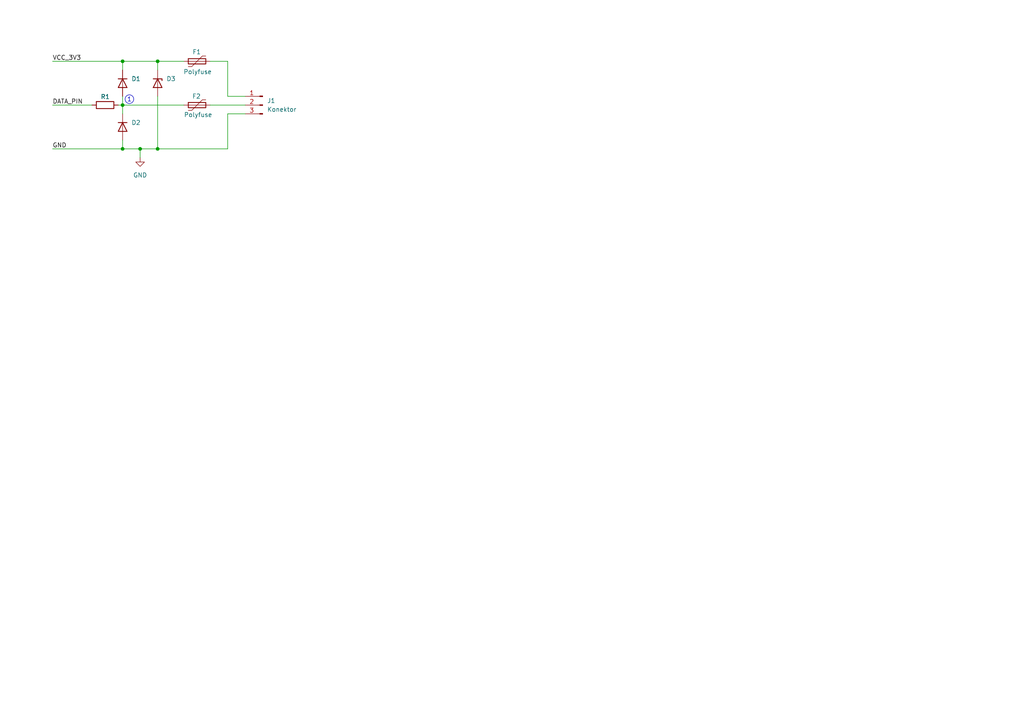
<source format=kicad_sch>
(kicad_sch (version 20230121) (generator eeschema)
  (paper "A4")
  (lib_symbols
    (symbol "Connector:Conn_01x03_Pin" (pin_names (offset 1.016) hide)
      (property "Reference" "J" (at 0 5.08 0))
      (property "Value" "Conn_01x03_Pin" (at 0 -5.08 0))
      (symbol "Conn_01x03_Pin_1_1"
        (polyline (pts (xy 1.27 -2.54) (xy 0.8636 -2.54)) (stroke (width 0.1524)))
        (polyline (pts (xy 1.27 0) (xy 0.8636 0)) (stroke (width 0.1524)))
        (polyline (pts (xy 1.27 2.54) (xy 0.8636 2.54)) (stroke (width 0.1524)))
        (rectangle (start 0.8636 -2.413) (end 0 -2.667) (stroke (width 0.1524)) (fill (type outline)))
        (rectangle (start 0.8636 0.127) (end 0 -0.127) (stroke (width 0.1524)) (fill (type outline)))
        (rectangle (start 0.8636 2.667) (end 0 2.413) (stroke (width 0.1524)) (fill (type outline)))
        (pin passive line (at 5.08 2.54 180) (length 3.81) (name "Pin_1") (number "1"))
        (pin passive line (at 5.08 0 180) (length 3.81) (name "Pin_2") (number "2"))
        (pin passive line (at 5.08 -2.54 180) (length 3.81) (name "Pin_3") (number "3"))
      )
    )
    (symbol "Device:D_Zener" (pin_numbers hide) (pin_names (offset 1.016) hide)
      (property "Reference" "D" (at 0 2.54 0))
      (property "Value" "D_Zener" (at 0 -2.54 0))
      (symbol "D_Zener_0_1"
        (polyline (pts (xy 1.27 0) (xy -1.27 0)))
        (polyline (pts (xy -1.27 -1.27) (xy -1.27 1.27) (xy -0.762 1.27)) (stroke (width 0.254)))
        (polyline (pts (xy 1.27 -1.27) (xy 1.27 1.27) (xy -1.27 0) (xy 1.27 -1.27)) (stroke (width 0.254)))
      )
      (symbol "D_Zener_1_1"
        (pin passive line (at -3.81 0 0) (length 2.54) (name "K") (number "1"))
        (pin passive line (at 3.81 0 180) (length 2.54) (name "A") (number "2"))
      )
    )
    (symbol "Device:Polyfuse" (pin_numbers hide) (pin_names (offset 0))
      (property "Reference" "F" (at -2.54 0 90))
      (property "Value" "Polyfuse" (at 2.54 0 90))
      (symbol "Polyfuse_0_1"
        (rectangle (start -0.762 2.54) (end 0.762 -2.54) (stroke (width 0.254)))
        (polyline (pts (xy 0 2.54) (xy 0 -2.54)))
        (polyline (pts (xy -1.524 2.54) (xy -1.524 1.524) (xy 1.524 -1.524) (xy 1.524 -2.54)))
      )
      (symbol "Polyfuse_1_1"
        (pin passive line (at 0 3.81 270) (length 1.27) (name "~") (number "1"))
        (pin passive line (at 0 -3.81 90) (length 1.27) (name "~") (number "2"))
      )
    )
    (symbol "Device:R" (pin_numbers hide) (pin_names (offset 0))
      (property "Reference" "R" (at 2.032 0 90))
      (property "Value" "R" (at 0 0 90))
      (symbol "R_0_1"
        (rectangle (start -1.016 -2.54) (end 1.016 2.54) (stroke (width 0.254)))
      )
      (symbol "R_1_1"
        (pin passive line (at 0 3.81 270) (length 1.27) (name "~") (number "1"))
        (pin passive line (at 0 -3.81 90) (length 1.27) (name "~") (number "2"))
      )
    )
    (symbol "Diode:1N914" (pin_numbers hide) (pin_names hide)
      (property "Reference" "D" (at 0 2.54 0))
      (property "Value" "1N914" (at 0 -2.54 0))
      (symbol "1N914_0_1"
        (polyline (pts (xy -1.27 1.27) (xy -1.27 -1.27)) (stroke (width 0.254)))
        (polyline (pts (xy 1.27 0) (xy -1.27 0)))
        (polyline (pts (xy 1.27 1.27) (xy 1.27 -1.27) (xy -1.27 0) (xy 1.27 1.27)) (stroke (width 0.254)))
      )
      (symbol "1N914_1_1"
        (pin passive line (at -3.81 0 0) (length 2.54) (name "K") (number "1"))
        (pin passive line (at 3.81 0 180) (length 2.54) (name "A") (number "2"))
      )
    )
    (symbol "power:GND" (power) (pin_names (offset 0))
      (property "Value" "GND" (at 0 -3.81 0))
      (symbol "GND_0_1"
        (polyline (pts (xy 0 0) (xy 0 -1.27) (xy 1.27 -1.27) (xy 0 -2.54) (xy -1.27 -1.27) (xy 0 -1.27)))
      )
      (symbol "GND_1_1"
        (pin power_in line (at 0 0 270) (length 0) hide (name "GND") (number "1"))
      )
    )
  )
  (junction (at 35.56 17.78))
  (junction (at 35.56 30.48))
  (junction (at 45.72 17.78))
  (junction (at 35.56 43.18))
  (junction (at 40.64 43.18))
  (junction (at 45.72 43.18))
  (wire (pts (xy 60.96 30.48) (xy 71.12 30.48)))
  (wire (pts (xy 35.56 30.48) (xy 53.34 30.48)))
  (wire (pts (xy 45.72 27.94) (xy 45.72 43.18)))
  (wire (pts (xy 60.96 17.78) (xy 66.04 17.78)))
  (wire (pts (xy 45.72 17.78) (xy 45.72 20.32)))
  (wire (pts (xy 66.04 27.94) (xy 66.04 17.78)))
  (wire (pts (xy 15.24 30.48) (xy 26.67 30.48)))
  (wire (pts (xy 40.64 43.18) (xy 40.64 45.72)))
  (wire (pts (xy 15.24 43.18) (xy 35.56 43.18)))
  (wire (pts (xy 66.04 33.02) (xy 66.04 43.18)))
  (wire (pts (xy 40.64 43.18) (xy 45.72 43.18)))
  (wire (pts (xy 35.56 30.48) (xy 35.56 33.02)))
  (wire (pts (xy 35.56 40.64) (xy 35.56 43.18)))
  (wire (pts (xy 35.56 30.48) (xy 35.56 27.94)))
  (wire (pts (xy 45.72 17.78) (xy 53.34 17.78)))
  (wire (pts (xy 71.12 33.02) (xy 66.04 33.02)))
  (wire (pts (xy 71.12 27.94) (xy 66.04 27.94)))
  (wire (pts (xy 34.29 30.48) (xy 35.56 30.48)))
  (wire (pts (xy 35.56 17.78) (xy 45.72 17.78)))
  (wire (pts (xy 35.56 43.18) (xy 40.64 43.18)))
  (wire (pts (xy 15.24 17.78) (xy 35.56 17.78)))
  (wire (pts (xy 35.56 17.78) (xy 35.56 20.32)))
  (wire (pts (xy 45.72 43.18) (xy 66.04 43.18)))
  (circle (center 37.5317 28.7578) (radius 1.2556))
  (text "1" (at 36.8265 29.7397 0) (effects (font (size 1.27 1.27)) (justify left bottom)))
  (label "DATA_PIN" (at 15.24 30.48 0))
  (label "GND" (at 15.24 43.18 0))
  (label "VCC_3V3" (at 15.24 17.78 0))
  (symbol (lib_id "Diode:1N914") (at 35.56 36.83 270) (unit 1)
    (property "Reference" "D2" (at 38.1 35.56 90) (effects (justify left)))
    (property "Value" "1N914" (effects hide))
    (property "Footprint" "Diode_THT:D_DO-35_SOD27_P7.62mm_Horizontal" (effects hide))
    (property "Datasheet" "http://www.vishay.com/docs/85622/1n914.pdf" (effects hide))
    (property "Sim.Device" "D" (effects hide))
    (property "Sim.Pins" "1=K 2=A" (effects hide))
  )
  (symbol (lib_id "power:GND") (at 40.64 45.72 0) (unit 1)
    (property "Reference" "#PWR01" (effects hide))
    (property "Value" "GND" (at 40.64 50.8 0))
  )
  (symbol (lib_id "Connector:Conn_01x03_Pin") (at 76.2 30.48 0) (mirror y) (unit 1)
    (property "Reference" "J1" (at 77.47 29.21 0) (effects (justify right)))
    (property "Value" "Konektor" (at 77.47 31.75 0) (effects (justify right)))
  )
  (symbol (lib_id "Diode:1N914") (at 35.56 24.13 270) (unit 1)
    (property "Reference" "D1" (at 38.1 22.86 90) (effects (justify left)))
    (property "Value" "1N914" (effects hide))
    (property "Footprint" "Diode_THT:D_DO-35_SOD27_P7.62mm_Horizontal" (effects hide))
    (property "Datasheet" "http://www.vishay.com/docs/85622/1n914.pdf" (effects hide))
    (property "Sim.Device" "D" (effects hide))
    (property "Sim.Pins" "1=K 2=A" (effects hide))
  )
  (symbol (lib_id "Device:D_Zener") (at 45.72 24.13 270) (unit 1)
    (property "Reference" "D3" (at 48.26 22.86 90) (effects (justify left)))
    (property "Value" "D_Zener" (effects hide))
  )
  (symbol (lib_id "Device:R") (at 30.48 30.48 90) (unit 1)
    (property "Reference" "R1" (at 30.5337 28.0633 90))
    (property "Value" "R" (effects hide))
  )
  (symbol (lib_id "Device:Polyfuse") (at 57.15 30.48 90) (unit 1)
    (property "Reference" "F2" (at 56.9888 27.9293 90))
    (property "Value" "Polyfuse" (at 57.4577 33.2879 90))
  )
  (symbol (lib_id "Device:Polyfuse") (at 57.15 17.78 90) (unit 1)
    (property "Reference" "F1" (at 57.0558 15.0688 90))
    (property "Value" "Polyfuse" (at 57.3238 20.8292 90))
  )
)
</source>
